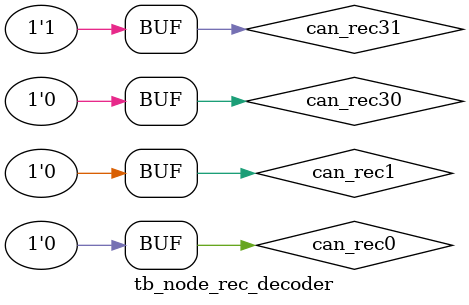
<source format=v>

`resetall
`timescale 1ns/10ps
module tb_node_rec_decoder ;
   // Internal Declarations
   // Inputs
   reg can_rec9; 
   reg can_rec18; 
   reg can_rec19; 
   reg can_rec20; 
   reg can_rec21; 
   reg can_rec22; 
   reg can_rec23; 
   reg can_rec24; 
   reg can_rec4; 
   reg can_rec5; 
   reg can_rec6; 
   reg can_rec7; 
   reg can_rec8; 
   reg can_rec10; 
   reg can_rec11; 
   reg can_rec12; 
   reg can_rec13; 
   reg can_rec14; 
   reg can_rec15; 
   reg can_rec16; 
   reg can_rec17; 
   reg can_rec0; 
   reg can_rec1; 
   reg can_rec2; 
   reg can_rec3; 
   reg can_rec26; 
   reg can_rec27; 
   reg can_rec28; 
   reg can_rec29; 
   reg can_rec30; 
   reg can_rec31; 
   reg can_rec25;
   // Outputs
   wire  [31:0]   can_rec;
  
  dec32_Nbit uut (
      .can_rec(can_rec),
      .can_rec0(can_rec0), 
      .can_rec1(can_rec1), 
      .can_rec2(can_rec2), 
      .can_rec3(can_rec3), 
      .can_rec4(can_rec4), 
      .can_rec5(can_rec5), 
      .can_rec6(can_rec6), 
      .can_rec7(can_rec7),
      .can_rec8(can_rec8), 
      .can_rec9(can_rec9), 
      .can_rec10(can_rec10), 
      .can_rec11(can_rec11),
      .can_rec12(can_rec12), 
      .can_rec13(can_rec13), 
      .can_rec14(can_rec14), 
      .can_rec15(can_rec15), 
      .can_rec16(can_rec16), 
      .can_rec17(can_rec17),
      .can_rec18(can_rec18), 
      .can_rec19(can_rec19), 
      .can_rec20(can_rec20),
      .can_rec21(can_rec21), 
      .can_rec22(can_rec22), 
      .can_rec23(can_rec23), 
      .can_rec24(can_rec24), 
      .can_rec25(can_rec25), 
      .can_rec26(can_rec26), 
      .can_rec27(can_rec27),
      .can_rec28(can_rec28), 
      .can_rec29(can_rec29),               
      .can_rec30(can_rec30), 
      .can_rec31(can_rec31)
        
      );
  
  initial begin
    $monitor("TIME = %g can_rec0 = %b can_rec1 = %b can_rec30 = %b can_rec31 = %b can_rec0 = %b can_rec1 = %b can_rec30 = %b can_rec31 = %b can_rec = %b",
    $time,can_rec0, can_rec1,can_rec30,can_rec31, can_rec[0],can_rec[1],can_rec[30],can_rec[31],can_rec);
    
    can_rec0 = 1; #10;
    can_rec0 = 0;
    can_rec1 = 1; #10;
    can_rec1 = 0;
    can_rec30 = 1; #10;
    can_rec30 = 0;
    can_rec31 = 1; #10;  
  end 

endmodule

</source>
